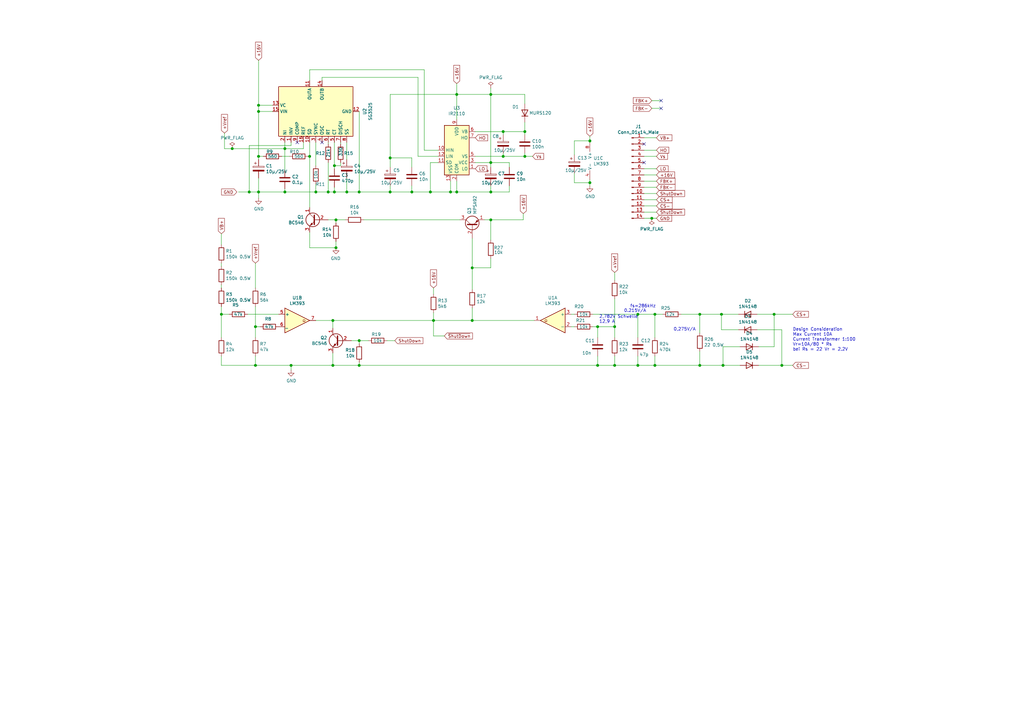
<source format=kicad_sch>
(kicad_sch (version 20210126) (generator eeschema)
  (paper "A3")
  (title_block (date "2021-03-26") (rev "v1"))
  (lib_symbols
    (symbol "Comparator:LM393" (pin_names (offset 0.127))
      (property "Reference" "U" (at 3.81 3.81 0))
      (property "Value" "LM393" (at 6.35 -3.81 0))
      (symbol "LM393_1_1"
        (polyline (pts (xy 3.302 -0.508) (xy 2.794 -0.508) (xy 3.302 0) (xy 2.794 0.508) (xy 2.286 0) (xy 2.794 -0.508) (xy 2.286 -0.508)) (stroke (width 0.127)))
        (polyline (pts (xy -5.08 5.08) (xy 5.08 0) (xy -5.08 -5.08) (xy -5.08 5.08)) (stroke (width 0.254)) (fill (type background)))
        (pin open_collector line (at 7.62 0 180) (length 2.54) (name "~") (number "1"))
        (pin input line (at -7.62 -2.54 0) (length 2.54) (name "-") (number "2"))
        (pin input line (at -7.62 2.54 0) (length 2.54) (name "+") (number "3"))
      )
      (symbol "LM393_2_1"
        (polyline (pts (xy 3.302 -0.508) (xy 2.794 -0.508) (xy 3.302 0) (xy 2.794 0.508) (xy 2.286 0) (xy 2.794 -0.508) (xy 2.286 -0.508)) (stroke (width 0.127)))
        (polyline (pts (xy -5.08 5.08) (xy 5.08 0) (xy -5.08 -5.08) (xy -5.08 5.08)) (stroke (width 0.254)) (fill (type background)))
        (pin input line (at -7.62 2.54 0) (length 2.54) (name "+") (number "5"))
        (pin input line (at -7.62 -2.54 0) (length 2.54) (name "_") (number "6"))
        (pin open_collector line (at 7.62 0 180) (length 2.54) (name "~") (number "7"))
      )
      (symbol "LM393_3_1"
        (pin power_in line (at -2.54 -7.62 90) (length 3.81) (name "V-") (number "4"))
        (pin power_in line (at -2.54 7.62 270) (length 3.81) (name "V+") (number "8"))
      )
    )
    (symbol "Connector:Conn_01x14_Male" (pin_names (offset 1.016) hide)
      (property "Reference" "J" (at 0 17.78 0))
      (property "Value" "Conn_01x14_Male" (at 0 -20.32 0))
      (symbol "Conn_01x14_Male_1_1"
        (rectangle (start 0.8636 -17.653) (end 0 -17.907) (stroke (width 0.1524)) (fill (type outline)))
        (rectangle (start 0.8636 -15.113) (end 0 -15.367) (stroke (width 0.1524)) (fill (type outline)))
        (rectangle (start 0.8636 -12.573) (end 0 -12.827) (stroke (width 0.1524)) (fill (type outline)))
        (rectangle (start 0.8636 -10.033) (end 0 -10.287) (stroke (width 0.1524)) (fill (type outline)))
        (rectangle (start 0.8636 -7.493) (end 0 -7.747) (stroke (width 0.1524)) (fill (type outline)))
        (rectangle (start 0.8636 -4.953) (end 0 -5.207) (stroke (width 0.1524)) (fill (type outline)))
        (rectangle (start 0.8636 -2.413) (end 0 -2.667) (stroke (width 0.1524)) (fill (type outline)))
        (rectangle (start 0.8636 0.127) (end 0 -0.127) (stroke (width 0.1524)) (fill (type outline)))
        (rectangle (start 0.8636 2.667) (end 0 2.413) (stroke (width 0.1524)) (fill (type outline)))
        (rectangle (start 0.8636 5.207) (end 0 4.953) (stroke (width 0.1524)) (fill (type outline)))
        (rectangle (start 0.8636 7.747) (end 0 7.493) (stroke (width 0.1524)) (fill (type outline)))
        (rectangle (start 0.8636 10.287) (end 0 10.033) (stroke (width 0.1524)) (fill (type outline)))
        (rectangle (start 0.8636 12.827) (end 0 12.573) (stroke (width 0.1524)) (fill (type outline)))
        (rectangle (start 0.8636 15.367) (end 0 15.113) (stroke (width 0.1524)) (fill (type outline)))
        (polyline (pts (xy 1.27 -17.78) (xy 0.8636 -17.78)) (stroke (width 0.1524)))
        (polyline (pts (xy 1.27 -15.24) (xy 0.8636 -15.24)) (stroke (width 0.1524)))
        (polyline (pts (xy 1.27 -12.7) (xy 0.8636 -12.7)) (stroke (width 0.1524)))
        (polyline (pts (xy 1.27 -10.16) (xy 0.8636 -10.16)) (stroke (width 0.1524)))
        (polyline (pts (xy 1.27 -7.62) (xy 0.8636 -7.62)) (stroke (width 0.1524)))
        (polyline (pts (xy 1.27 -5.08) (xy 0.8636 -5.08)) (stroke (width 0.1524)))
        (polyline (pts (xy 1.27 -2.54) (xy 0.8636 -2.54)) (stroke (width 0.1524)))
        (polyline (pts (xy 1.27 0) (xy 0.8636 0)) (stroke (width 0.1524)))
        (polyline (pts (xy 1.27 2.54) (xy 0.8636 2.54)) (stroke (width 0.1524)))
        (polyline (pts (xy 1.27 5.08) (xy 0.8636 5.08)) (stroke (width 0.1524)))
        (polyline (pts (xy 1.27 7.62) (xy 0.8636 7.62)) (stroke (width 0.1524)))
        (polyline (pts (xy 1.27 10.16) (xy 0.8636 10.16)) (stroke (width 0.1524)))
        (polyline (pts (xy 1.27 12.7) (xy 0.8636 12.7)) (stroke (width 0.1524)))
        (polyline (pts (xy 1.27 15.24) (xy 0.8636 15.24)) (stroke (width 0.1524)))
        (pin passive line (at 5.08 15.24 180) (length 3.81) (name "Pin_1") (number "1"))
        (pin passive line (at 5.08 -7.62 180) (length 3.81) (name "Pin_10") (number "10"))
        (pin passive line (at 5.08 -10.16 180) (length 3.81) (name "Pin_11") (number "11"))
        (pin passive line (at 5.08 -12.7 180) (length 3.81) (name "Pin_12") (number "12"))
        (pin passive line (at 5.08 -15.24 180) (length 3.81) (name "Pin_13") (number "13"))
        (pin passive line (at 5.08 -17.78 180) (length 3.81) (name "Pin_14") (number "14"))
        (pin passive line (at 5.08 12.7 180) (length 3.81) (name "Pin_2") (number "2"))
        (pin passive line (at 5.08 10.16 180) (length 3.81) (name "Pin_3") (number "3"))
        (pin passive line (at 5.08 7.62 180) (length 3.81) (name "Pin_4") (number "4"))
        (pin passive line (at 5.08 5.08 180) (length 3.81) (name "Pin_5") (number "5"))
        (pin passive line (at 5.08 2.54 180) (length 3.81) (name "Pin_6") (number "6"))
        (pin passive line (at 5.08 0 180) (length 3.81) (name "Pin_7") (number "7"))
        (pin passive line (at 5.08 -2.54 180) (length 3.81) (name "Pin_8") (number "8"))
        (pin passive line (at 5.08 -5.08 180) (length 3.81) (name "Pin_9") (number "9"))
      )
    )
    (symbol "Device:C" (pin_numbers hide) (pin_names (offset 0.254))
      (property "Reference" "C" (at 0.635 2.54 0))
      (property "Value" "C" (at 0.635 -2.54 0))
      (symbol "C_0_1"
        (polyline (pts (xy -2.032 -0.762) (xy 2.032 -0.762)) (stroke (width 0.508)))
        (polyline (pts (xy -2.032 0.762) (xy 2.032 0.762)) (stroke (width 0.508)))
      )
      (symbol "C_1_1"
        (pin passive line (at 0 3.81 270) (length 2.794) (name "~") (number "1"))
        (pin passive line (at 0 -3.81 90) (length 2.794) (name "~") (number "2"))
      )
    )
    (symbol "Device:D" (pin_numbers hide) (pin_names (offset 1.016) hide)
      (property "Reference" "D" (at 0 2.54 0))
      (property "Value" "D" (at 0 -2.54 0))
      (symbol "D_0_1"
        (polyline (pts (xy -1.27 1.27) (xy -1.27 -1.27)) (stroke (width 0.254)))
        (polyline (pts (xy 1.27 0) (xy -1.27 0)))
        (polyline (pts (xy 1.27 1.27) (xy 1.27 -1.27) (xy -1.27 0) (xy 1.27 1.27)) (stroke (width 0.254)))
      )
      (symbol "D_1_1"
        (pin passive line (at -3.81 0 0) (length 2.54) (name "K") (number "1"))
        (pin passive line (at 3.81 0 180) (length 2.54) (name "A") (number "2"))
      )
    )
    (symbol "Device:R" (pin_numbers hide) (pin_names (offset 0))
      (property "Reference" "R" (at 2.032 0 90))
      (property "Value" "R" (at 0 0 90))
      (symbol "R_0_1"
        (rectangle (start -1.016 -2.54) (end 1.016 2.54) (stroke (width 0.254)))
      )
      (symbol "R_1_1"
        (pin passive line (at 0 3.81 270) (length 1.27) (name "~") (number "1"))
        (pin passive line (at 0 -3.81 90) (length 1.27) (name "~") (number "2"))
      )
    )
    (symbol "Diode:1N4148" (pin_numbers hide) (pin_names (offset 1.016) hide)
      (property "Reference" "D" (at 0 2.54 0))
      (property "Value" "1N4148" (at 0 -2.54 0))
      (symbol "1N4148_0_1"
        (polyline (pts (xy -1.27 1.27) (xy -1.27 -1.27)) (stroke (width 0.254)))
        (polyline (pts (xy 1.27 0) (xy -1.27 0)))
        (polyline (pts (xy 1.27 1.27) (xy 1.27 -1.27) (xy -1.27 0) (xy 1.27 1.27)) (stroke (width 0.254)))
      )
      (symbol "1N4148_1_1"
        (pin passive line (at -3.81 0 0) (length 2.54) (name "K") (number "1"))
        (pin passive line (at 3.81 0 180) (length 2.54) (name "A") (number "2"))
      )
    )
    (symbol "Driver_FET:IR2110"
      (property "Reference" "U" (at 1.27 13.335 0))
      (property "Value" "IR2110" (at 1.27 11.43 0))
      (symbol "IR2110_0_1"
        (rectangle (start -5.08 -10.16) (end 5.08 10.16) (stroke (width 0.254)) (fill (type background)))
      )
      (symbol "IR2110_1_1"
        (pin output line (at 7.62 -7.62 180) (length 2.54) (name "LO") (number "1"))
        (pin input line (at -7.62 0 0) (length 2.54) (name "HIN") (number "10"))
        (pin input line (at -7.62 -5.08 0) (length 2.54) (name "SD") (number "11"))
        (pin input line (at -7.62 -2.54 0) (length 2.54) (name "LIN") (number "12"))
        (pin power_in line (at -2.54 -12.7 90) (length 2.54) (name "VSS") (number "13"))
        (pin no_connect line (at -5.08 2.54 0) (length 2.54) hide (name "NC") (number "14"))
        (pin power_in line (at 0 -12.7 90) (length 2.54) (name "COM") (number "2"))
        (pin power_in line (at 7.62 -5.08 180) (length 2.54) (name "VCC") (number "3"))
        (pin no_connect line (at -5.08 7.62 0) (length 2.54) hide (name "NC") (number "4"))
        (pin passive line (at 7.62 -2.54 180) (length 2.54) (name "VS") (number "5"))
        (pin passive line (at 7.62 7.62 180) (length 2.54) (name "VB") (number "6"))
        (pin output line (at 7.62 5.08 180) (length 2.54) (name "HO") (number "7"))
        (pin no_connect line (at -5.08 5.08 0) (length 2.54) hide (name "NC") (number "8"))
        (pin power_in line (at 0 12.7 270) (length 2.54) (name "VDD") (number "9"))
      )
    )
    (symbol "Power-Supply-Control-Board-SG3525-rescue:CP-Device" (pin_numbers hide) (pin_names (offset 0.254))
      (property "Reference" "C" (at 0.635 2.54 0))
      (property "Value" "CP-Device" (at 0.635 -2.54 0))
      (symbol "CP-Device_0_1"
        (rectangle (start -2.286 0.508) (end 2.286 1.016))
        (rectangle (start 2.286 -0.508) (end -2.286 -1.016) (fill (type outline)))
        (polyline (pts (xy -1.778 2.286) (xy -0.762 2.286)))
        (polyline (pts (xy -1.27 2.794) (xy -1.27 1.778)))
      )
      (symbol "CP-Device_1_1"
        (pin passive line (at 0 3.81 270) (length 2.794) (name "~") (number "1"))
        (pin passive line (at 0 -3.81 90) (length 2.794) (name "~") (number "2"))
      )
    )
    (symbol "Regulator_Controller:SG3525"
      (property "Reference" "U" (at 3.81 19.05 0))
      (property "Value" "SG3525" (at 3.81 16.51 0))
      (symbol "SG3525_0_1"
        (rectangle (start -10.16 -15.24) (end 10.16 15.24) (stroke (width 0.254)) (fill (type background)))
      )
      (symbol "SG3525_1_1"
        (pin input line (at -12.7 10.16 0) (length 2.54) (name "INV") (number "1"))
        (pin passive line (at -12.7 2.54 0) (length 2.54) (name "SD") (number "10"))
        (pin output line (at 12.7 2.54 180) (length 2.54) (name "OUTA") (number "11"))
        (pin power_in line (at 0 -17.78 90) (length 2.54) (name "GND") (number "12"))
        (pin power_in line (at 2.54 17.78 270) (length 2.54) (name "VC") (number "13"))
        (pin output line (at 12.7 -2.54 180) (length 2.54) (name "OUTB") (number "14"))
        (pin power_in line (at 0 17.78 270) (length 2.54) (name "VIN") (number "15"))
        (pin power_in line (at -12.7 5.08 0) (length 2.54) (name "REF") (number "16"))
        (pin input line (at -12.7 12.7 0) (length 2.54) (name "NI") (number "2"))
        (pin passive line (at -12.7 0 0) (length 2.54) (name "SYNC") (number "3"))
        (pin output line (at -12.7 -2.54 0) (length 2.54) (name "OSC") (number "4"))
        (pin passive line (at -12.7 -7.62 0) (length 2.54) (name "CT") (number "5"))
        (pin passive line (at -12.7 -5.08 0) (length 2.54) (name "RT") (number "6"))
        (pin open_collector line (at -12.7 -10.16 0) (length 2.54) (name "DISCH") (number "7"))
        (pin passive line (at -12.7 -12.7 0) (length 2.54) (name "SS") (number "8"))
        (pin passive line (at -12.7 7.62 0) (length 2.54) (name "COMP") (number "9"))
      )
    )
    (symbol "Transistor_BJT:BC546" (pin_names (offset 0) hide)
      (property "Reference" "Q" (at 5.08 1.905 0))
      (property "Value" "BC546" (at 5.08 0 0))
      (symbol "BC546_0_1"
        (circle (center 1.27 0) (radius 2.8194) (stroke (width 0.254)))
        (polyline (pts (xy 0 0) (xy 0.635 0)))
        (polyline (pts (xy 0.635 0.635) (xy 2.54 2.54)))
        (polyline (pts (xy 0.635 -0.635) (xy 2.54 -2.54) (xy 2.54 -2.54)))
        (polyline (pts (xy 0.635 1.905) (xy 0.635 -1.905) (xy 0.635 -1.905)) (stroke (width 0.508)))
        (polyline (pts (xy 1.27 -1.778) (xy 1.778 -1.27) (xy 2.286 -2.286) (xy 1.27 -1.778) (xy 1.27 -1.778)) (fill (type outline)))
      )
      (symbol "BC546_1_1"
        (pin passive line (at 2.54 5.08 270) (length 2.54) (name "C") (number "1"))
        (pin input line (at -5.08 0 0) (length 5.08) (name "B") (number "2"))
        (pin passive line (at 2.54 -5.08 90) (length 2.54) (name "E") (number "3"))
      )
    )
    (symbol "Transistor_BJT:MPSA92" (pin_names (offset 1.016) hide)
      (property "Reference" "Q" (at 5.08 1.905 0))
      (property "Value" "MPSA92" (at 5.08 0 0))
      (symbol "MPSA92_0_1"
        (circle (center 1.27 0) (radius 2.8194) (stroke (width 0.254)))
        (polyline (pts (xy 0 0) (xy 0.635 0)))
        (polyline (pts (xy 2.54 -2.54) (xy 0.635 -0.635)))
        (polyline (pts (xy 2.54 2.54) (xy 0.635 0.635)))
        (polyline (pts (xy 0.635 1.905) (xy 0.635 -1.905) (xy 0.635 -1.905)) (stroke (width 0.508)) (fill (type outline)))
        (polyline (pts (xy 1.905 -2.413) (xy 2.413 -1.905) (xy 1.397 -1.397) (xy 1.905 -2.413) (xy 1.905 -2.413)) (fill (type outline)))
      )
      (symbol "MPSA92_1_1"
        (pin passive line (at 2.54 -5.08 90) (length 2.54) (name "E") (number "1"))
        (pin input line (at -5.08 0 0) (length 5.08) (name "B") (number "2"))
        (pin passive line (at 2.54 5.08 270) (length 2.54) (name "C") (number "3"))
      )
    )
    (symbol "power:GND" (power) (pin_names (offset 0))
      (property "Value" "GND" (at 0 -3.81 0))
      (symbol "GND_0_1"
        (polyline (pts (xy 0 0) (xy 0 -1.27) (xy 1.27 -1.27) (xy 0 -2.54) (xy -1.27 -1.27) (xy 0 -1.27)))
      )
      (symbol "GND_1_1"
        (pin power_in line (at 0 0 270) (length 0) hide (name "GND") (number "1"))
      )
    )
    (symbol "power:PWR_FLAG" (power) (pin_numbers hide) (pin_names (offset 0) hide)
      (property "Value" "PWR_FLAG" (at 0 3.81 0))
      (symbol "PWR_FLAG_0_0"
        (pin power_out line (at 0 0 90) (length 0) (name "pwr") (number "1"))
      )
      (symbol "PWR_FLAG_0_1"
        (polyline (pts (xy 0 0) (xy 0 1.27) (xy -1.016 1.905) (xy 0 2.54) (xy 1.016 1.905) (xy 0 1.27)))
      )
    )
  )
  (junction (at 90.805 128.905) (diameter 1.016))
  (junction (at 95.25 60.96) (diameter 1.016))
  (junction (at 102.235 78.74) (diameter 1.016))
  (junction (at 104.775 133.985) (diameter 1.016))
  (junction (at 104.775 149.86) (diameter 1.016))
  (junction (at 106.045 43.18) (diameter 1.016))
  (junction (at 106.045 45.72) (diameter 1.016))
  (junction (at 106.045 64.135) (diameter 1.016))
  (junction (at 106.045 78.74) (diameter 1.016))
  (junction (at 116.84 60.96) (diameter 1.016))
  (junction (at 116.84 78.74) (diameter 1.016))
  (junction (at 119.38 149.86) (diameter 1.016))
  (junction (at 127 64.135) (diameter 1.016))
  (junction (at 129.54 78.74) (diameter 1.016))
  (junction (at 134.62 78.74) (diameter 1.016))
  (junction (at 136.525 131.445) (diameter 1.016))
  (junction (at 136.525 149.86) (diameter 1.016))
  (junction (at 137.16 67.945) (diameter 1.016))
  (junction (at 137.16 78.74) (diameter 1.016))
  (junction (at 137.795 90.17) (diameter 1.016))
  (junction (at 137.795 101.6) (diameter 1.016))
  (junction (at 142.24 78.74) (diameter 1.016))
  (junction (at 147.32 78.74) (diameter 1.016))
  (junction (at 147.32 139.7) (diameter 1.016))
  (junction (at 147.32 149.86) (diameter 1.016))
  (junction (at 160.02 64.77) (diameter 1.016))
  (junction (at 160.02 78.74) (diameter 1.016))
  (junction (at 168.91 78.74) (diameter 1.016))
  (junction (at 176.53 78.74) (diameter 1.016))
  (junction (at 177.8 131.445) (diameter 1.016))
  (junction (at 184.785 78.74) (diameter 1.016))
  (junction (at 187.325 38.735) (diameter 1.016))
  (junction (at 187.325 78.74) (diameter 1.016))
  (junction (at 193.675 109.855) (diameter 1.016))
  (junction (at 193.675 131.445) (diameter 1.016))
  (junction (at 201.295 38.735) (diameter 1.016))
  (junction (at 201.295 66.675) (diameter 1.016))
  (junction (at 201.295 78.74) (diameter 1.016))
  (junction (at 201.295 90.17) (diameter 1.016))
  (junction (at 206.375 53.975) (diameter 1.016))
  (junction (at 206.375 64.135) (diameter 1.016))
  (junction (at 215.265 53.975) (diameter 1.016))
  (junction (at 215.265 64.135) (diameter 1.016))
  (junction (at 241.935 57.785) (diameter 1.016))
  (junction (at 241.935 74.93) (diameter 1.016))
  (junction (at 245.11 133.985) (diameter 1.016))
  (junction (at 245.11 149.86) (diameter 1.016))
  (junction (at 252.095 133.985) (diameter 1.016))
  (junction (at 252.095 149.86) (diameter 1.016))
  (junction (at 261.62 128.905) (diameter 1.016))
  (junction (at 261.62 149.86) (diameter 1.016))
  (junction (at 267.335 89.535) (diameter 1.016))
  (junction (at 268.605 128.905) (diameter 1.016))
  (junction (at 268.605 149.86) (diameter 1.016))
  (junction (at 287.02 128.905) (diameter 1.016))
  (junction (at 287.02 149.86) (diameter 1.016))
  (junction (at 295.91 128.905) (diameter 1.016))
  (junction (at 296.545 149.86) (diameter 1.016))
  (junction (at 317.5 128.905) (diameter 1.016))
  (junction (at 320.675 149.86) (diameter 1.016))
  (no_connect (at 121.92 58.42))
  (no_connect (at 132.08 58.42))
  (no_connect (at 264.16 59.055))
  (no_connect (at 264.16 66.675))
  (no_connect (at 271.145 41.275))
  (no_connect (at 271.145 44.45))
  (wire (pts (xy 90.805 100.33) (xy 90.805 95.885)))
  (wire (pts (xy 90.805 109.22) (xy 90.805 107.95)))
  (wire (pts (xy 90.805 118.11) (xy 90.805 116.84)))
  (wire (pts (xy 90.805 128.905) (xy 90.805 125.73)))
  (wire (pts (xy 90.805 138.43) (xy 90.805 128.905)))
  (wire (pts (xy 90.805 149.86) (xy 90.805 146.05)))
  (wire (pts (xy 92.075 60.96) (xy 92.075 54.61)))
  (wire (pts (xy 93.98 128.905) (xy 90.805 128.905)))
  (wire (pts (xy 95.25 60.96) (xy 92.075 60.96)))
  (wire (pts (xy 97.79 78.74) (xy 102.235 78.74)))
  (wire (pts (xy 102.235 59.69) (xy 102.235 78.74)))
  (wire (pts (xy 102.235 78.74) (xy 106.045 78.74)))
  (wire (pts (xy 104.775 107.95) (xy 104.775 118.11)))
  (wire (pts (xy 104.775 125.73) (xy 104.775 133.985)))
  (wire (pts (xy 104.775 133.985) (xy 104.775 138.43)))
  (wire (pts (xy 104.775 146.05) (xy 104.775 149.86)))
  (wire (pts (xy 104.775 149.86) (xy 90.805 149.86)))
  (wire (pts (xy 106.045 43.18) (xy 106.045 24.765)))
  (wire (pts (xy 106.045 43.18) (xy 106.045 45.72)))
  (wire (pts (xy 106.045 43.18) (xy 111.76 43.18)))
  (wire (pts (xy 106.045 45.72) (xy 106.045 64.135)))
  (wire (pts (xy 106.045 64.135) (xy 106.045 65.405)))
  (wire (pts (xy 106.045 64.135) (xy 107.95 64.135)))
  (wire (pts (xy 106.045 73.025) (xy 106.045 78.74)))
  (wire (pts (xy 106.045 78.74) (xy 116.84 78.74)))
  (wire (pts (xy 106.045 81.28) (xy 106.045 78.74)))
  (wire (pts (xy 106.68 133.985) (xy 104.775 133.985)))
  (wire (pts (xy 111.76 45.72) (xy 106.045 45.72)))
  (wire (pts (xy 114.3 128.905) (xy 101.6 128.905)))
  (wire (pts (xy 115.57 64.135) (xy 118.745 64.135)))
  (wire (pts (xy 116.84 58.42) (xy 116.84 60.96)))
  (wire (pts (xy 116.84 60.96) (xy 95.25 60.96)))
  (wire (pts (xy 116.84 60.96) (xy 116.84 69.85)))
  (wire (pts (xy 116.84 60.96) (xy 124.46 60.96)))
  (wire (pts (xy 116.84 77.47) (xy 116.84 78.74)))
  (wire (pts (xy 116.84 78.74) (xy 129.54 78.74)))
  (wire (pts (xy 119.38 58.42) (xy 119.38 59.69)))
  (wire (pts (xy 119.38 59.69) (xy 102.235 59.69)))
  (wire (pts (xy 119.38 149.86) (xy 104.775 149.86)))
  (wire (pts (xy 119.38 149.86) (xy 119.38 151.765)))
  (wire (pts (xy 119.38 149.86) (xy 136.525 149.86)))
  (wire (pts (xy 124.46 60.96) (xy 124.46 58.42)))
  (wire (pts (xy 126.365 64.135) (xy 127 64.135)))
  (wire (pts (xy 127 28.575) (xy 173.99 28.575)))
  (wire (pts (xy 127 33.02) (xy 127 28.575)))
  (wire (pts (xy 127 64.135) (xy 127 58.42)))
  (wire (pts (xy 127 64.135) (xy 127 85.09)))
  (wire (pts (xy 127 95.25) (xy 127 101.6)))
  (wire (pts (xy 129.54 58.42) (xy 129.54 67.945)))
  (wire (pts (xy 129.54 75.565) (xy 129.54 78.74)))
  (wire (pts (xy 129.54 78.74) (xy 134.62 78.74)))
  (wire (pts (xy 132.08 31.75) (xy 171.45 31.75)))
  (wire (pts (xy 132.08 33.02) (xy 132.08 31.75)))
  (wire (pts (xy 134.62 58.42) (xy 134.62 59.055)))
  (wire (pts (xy 134.62 66.675) (xy 134.62 78.74)))
  (wire (pts (xy 134.62 78.74) (xy 137.16 78.74)))
  (wire (pts (xy 134.62 90.17) (xy 137.795 90.17)))
  (wire (pts (xy 136.525 131.445) (xy 129.54 131.445)))
  (wire (pts (xy 136.525 131.445) (xy 136.525 134.62)))
  (wire (pts (xy 136.525 131.445) (xy 177.8 131.445)))
  (wire (pts (xy 136.525 144.78) (xy 136.525 149.86)))
  (wire (pts (xy 136.525 149.86) (xy 147.32 149.86)))
  (wire (pts (xy 137.16 67.945) (xy 137.16 58.42)))
  (wire (pts (xy 137.16 69.215) (xy 137.16 67.945)))
  (wire (pts (xy 137.16 78.74) (xy 137.16 76.835)))
  (wire (pts (xy 137.795 90.17) (xy 141.605 90.17)))
  (wire (pts (xy 137.795 91.44) (xy 137.795 90.17)))
  (wire (pts (xy 137.795 99.06) (xy 137.795 101.6)))
  (wire (pts (xy 137.795 101.6) (xy 127 101.6)))
  (wire (pts (xy 139.7 58.42) (xy 139.7 59.055)))
  (wire (pts (xy 139.7 66.675) (xy 139.7 67.945)))
  (wire (pts (xy 139.7 67.945) (xy 137.16 67.945)))
  (wire (pts (xy 142.24 58.42) (xy 142.24 65.405)))
  (wire (pts (xy 142.24 73.025) (xy 142.24 78.74)))
  (wire (pts (xy 142.24 78.74) (xy 137.16 78.74)))
  (wire (pts (xy 144.145 139.7) (xy 147.32 139.7)))
  (wire (pts (xy 147.32 45.72) (xy 147.32 78.74)))
  (wire (pts (xy 147.32 78.74) (xy 142.24 78.74)))
  (wire (pts (xy 147.32 139.7) (xy 151.13 139.7)))
  (wire (pts (xy 147.32 140.97) (xy 147.32 139.7)))
  (wire (pts (xy 147.32 149.86) (xy 147.32 148.59)))
  (wire (pts (xy 147.32 149.86) (xy 245.11 149.86)))
  (wire (pts (xy 149.225 90.17) (xy 188.595 90.17)))
  (wire (pts (xy 158.75 139.7) (xy 161.925 139.7)))
  (wire (pts (xy 160.02 38.735) (xy 187.325 38.735)))
  (wire (pts (xy 160.02 64.77) (xy 160.02 38.735)))
  (wire (pts (xy 160.02 68.58) (xy 160.02 64.77)))
  (wire (pts (xy 160.02 78.74) (xy 147.32 78.74)))
  (wire (pts (xy 160.02 78.74) (xy 160.02 76.2)))
  (wire (pts (xy 168.91 64.77) (xy 160.02 64.77)))
  (wire (pts (xy 168.91 68.58) (xy 168.91 64.77)))
  (wire (pts (xy 168.91 78.74) (xy 160.02 78.74)))
  (wire (pts (xy 168.91 78.74) (xy 168.91 76.2)))
  (wire (pts (xy 171.45 31.75) (xy 171.45 64.135)))
  (wire (pts (xy 171.45 64.135) (xy 179.705 64.135)))
  (wire (pts (xy 173.99 28.575) (xy 173.99 61.595)))
  (wire (pts (xy 173.99 61.595) (xy 179.705 61.595)))
  (wire (pts (xy 176.53 66.675) (xy 176.53 78.74)))
  (wire (pts (xy 176.53 78.74) (xy 168.91 78.74)))
  (wire (pts (xy 177.8 118.11) (xy 177.8 120.65)))
  (wire (pts (xy 177.8 128.27) (xy 177.8 131.445)))
  (wire (pts (xy 177.8 131.445) (xy 193.675 131.445)))
  (wire (pts (xy 177.8 137.795) (xy 177.8 131.445)))
  (wire (pts (xy 179.705 66.675) (xy 176.53 66.675)))
  (wire (pts (xy 182.245 137.795) (xy 177.8 137.795)))
  (wire (pts (xy 184.785 78.74) (xy 176.53 78.74)))
  (wire (pts (xy 184.785 78.74) (xy 184.785 74.295)))
  (wire (pts (xy 187.325 34.29) (xy 187.325 38.735)))
  (wire (pts (xy 187.325 38.735) (xy 187.325 48.895)))
  (wire (pts (xy 187.325 38.735) (xy 201.295 38.735)))
  (wire (pts (xy 187.325 74.295) (xy 187.325 78.74)))
  (wire (pts (xy 187.325 78.74) (xy 184.785 78.74)))
  (wire (pts (xy 193.675 109.855) (xy 193.675 97.79)))
  (wire (pts (xy 193.675 118.745) (xy 193.675 109.855)))
  (wire (pts (xy 193.675 126.365) (xy 193.675 131.445)))
  (wire (pts (xy 193.675 131.445) (xy 219.075 131.445)))
  (wire (pts (xy 194.945 53.975) (xy 206.375 53.975)))
  (wire (pts (xy 194.945 64.135) (xy 206.375 64.135)))
  (wire (pts (xy 194.945 66.675) (xy 201.295 66.675)))
  (wire (pts (xy 201.295 38.735) (xy 201.295 36.195)))
  (wire (pts (xy 201.295 38.735) (xy 215.265 38.735)))
  (wire (pts (xy 201.295 66.675) (xy 201.295 38.735)))
  (wire (pts (xy 201.295 66.675) (xy 208.915 66.675)))
  (wire (pts (xy 201.295 68.58) (xy 201.295 66.675)))
  (wire (pts (xy 201.295 76.2) (xy 201.295 78.74)))
  (wire (pts (xy 201.295 78.74) (xy 187.325 78.74)))
  (wire (pts (xy 201.295 90.17) (xy 198.755 90.17)))
  (wire (pts (xy 201.295 98.425) (xy 201.295 90.17)))
  (wire (pts (xy 201.295 106.045) (xy 201.295 109.855)))
  (wire (pts (xy 201.295 109.855) (xy 193.675 109.855)))
  (wire (pts (xy 206.375 53.975) (xy 215.265 53.975)))
  (wire (pts (xy 206.375 55.245) (xy 206.375 53.975)))
  (wire (pts (xy 206.375 64.135) (xy 206.375 62.865)))
  (wire (pts (xy 206.375 64.135) (xy 215.265 64.135)))
  (wire (pts (xy 208.915 66.675) (xy 208.915 68.58)))
  (wire (pts (xy 208.915 76.2) (xy 208.915 78.74)))
  (wire (pts (xy 208.915 78.74) (xy 201.295 78.74)))
  (wire (pts (xy 214.63 87.63) (xy 214.63 90.17)))
  (wire (pts (xy 214.63 90.17) (xy 201.295 90.17)))
  (wire (pts (xy 215.265 38.735) (xy 215.265 42.545)))
  (wire (pts (xy 215.265 50.165) (xy 215.265 53.975)))
  (wire (pts (xy 215.265 53.975) (xy 215.265 55.245)))
  (wire (pts (xy 215.265 64.135) (xy 215.265 62.865)))
  (wire (pts (xy 215.265 64.135) (xy 218.44 64.135)))
  (wire (pts (xy 234.315 128.905) (xy 235.585 128.905)))
  (wire (pts (xy 235.585 57.785) (xy 241.935 57.785)))
  (wire (pts (xy 235.585 63.5) (xy 235.585 57.785)))
  (wire (pts (xy 235.585 71.12) (xy 235.585 74.93)))
  (wire (pts (xy 235.585 74.93) (xy 241.935 74.93)))
  (wire (pts (xy 235.585 133.985) (xy 234.315 133.985)))
  (wire (pts (xy 241.935 55.88) (xy 241.935 57.785)))
  (wire (pts (xy 241.935 57.785) (xy 241.935 58.42)))
  (wire (pts (xy 241.935 73.66) (xy 241.935 74.93)))
  (wire (pts (xy 241.935 74.93) (xy 241.935 76.2)))
  (wire (pts (xy 243.205 128.905) (xy 261.62 128.905)))
  (wire (pts (xy 243.205 133.985) (xy 245.11 133.985)))
  (wire (pts (xy 245.11 133.985) (xy 252.095 133.985)))
  (wire (pts (xy 245.11 138.43) (xy 245.11 133.985)))
  (wire (pts (xy 245.11 146.05) (xy 245.11 149.86)))
  (wire (pts (xy 252.095 111.76) (xy 252.095 114.935)))
  (wire (pts (xy 252.095 122.555) (xy 252.095 133.985)))
  (wire (pts (xy 252.095 133.985) (xy 252.095 138.43)))
  (wire (pts (xy 252.095 146.05) (xy 252.095 149.86)))
  (wire (pts (xy 252.095 149.86) (xy 245.11 149.86)))
  (wire (pts (xy 252.095 149.86) (xy 261.62 149.86)))
  (wire (pts (xy 261.62 128.905) (xy 268.605 128.905)))
  (wire (pts (xy 261.62 138.43) (xy 261.62 128.905)))
  (wire (pts (xy 261.62 149.86) (xy 261.62 146.05)))
  (wire (pts (xy 261.62 149.86) (xy 268.605 149.86)))
  (wire (pts (xy 264.16 56.515) (xy 269.24 56.515)))
  (wire (pts (xy 264.16 61.595) (xy 269.24 61.595)))
  (wire (pts (xy 264.16 64.135) (xy 269.24 64.135)))
  (wire (pts (xy 264.16 69.215) (xy 269.24 69.215)))
  (wire (pts (xy 264.16 71.755) (xy 269.24 71.755)))
  (wire (pts (xy 264.16 74.295) (xy 269.24 74.295)))
  (wire (pts (xy 264.16 76.835) (xy 269.24 76.835)))
  (wire (pts (xy 264.16 79.375) (xy 269.24 79.375)))
  (wire (pts (xy 264.16 81.915) (xy 269.24 81.915)))
  (wire (pts (xy 264.16 84.455) (xy 269.24 84.455)))
  (wire (pts (xy 264.16 89.535) (xy 267.335 89.535)))
  (wire (pts (xy 267.335 41.275) (xy 271.145 41.275)))
  (wire (pts (xy 267.335 44.45) (xy 271.145 44.45)))
  (wire (pts (xy 267.335 89.535) (xy 269.24 89.535)))
  (wire (pts (xy 268.605 128.905) (xy 271.78 128.905)))
  (wire (pts (xy 268.605 138.43) (xy 268.605 128.905)))
  (wire (pts (xy 268.605 149.86) (xy 268.605 146.05)))
  (wire (pts (xy 268.605 149.86) (xy 287.02 149.86)))
  (wire (pts (xy 269.24 86.995) (xy 264.16 86.995)))
  (wire (pts (xy 279.4 128.905) (xy 287.02 128.905)))
  (wire (pts (xy 287.02 128.905) (xy 295.91 128.905)))
  (wire (pts (xy 287.02 136.525) (xy 287.02 128.905)))
  (wire (pts (xy 287.02 149.86) (xy 287.02 144.145)))
  (wire (pts (xy 287.02 149.86) (xy 296.545 149.86)))
  (wire (pts (xy 295.91 128.905) (xy 302.895 128.905)))
  (wire (pts (xy 295.91 135.255) (xy 295.91 128.905)))
  (wire (pts (xy 296.545 142.24) (xy 296.545 149.86)))
  (wire (pts (xy 296.545 149.86) (xy 303.53 149.86)))
  (wire (pts (xy 302.895 135.255) (xy 295.91 135.255)))
  (wire (pts (xy 303.53 142.24) (xy 296.545 142.24)))
  (wire (pts (xy 310.515 128.905) (xy 317.5 128.905)))
  (wire (pts (xy 310.515 135.255) (xy 320.675 135.255)))
  (wire (pts (xy 311.15 142.24) (xy 317.5 142.24)))
  (wire (pts (xy 317.5 128.905) (xy 325.12 128.905)))
  (wire (pts (xy 317.5 142.24) (xy 317.5 128.905)))
  (wire (pts (xy 320.675 135.255) (xy 320.675 149.86)))
  (wire (pts (xy 320.675 149.86) (xy 311.15 149.86)))
  (wire (pts (xy 325.12 149.86) (xy 320.675 149.86)))
  (text "2,782V Schwelle\n12,9 A" (at 245.745 132.715 0) (effects (font (size 1.27 1.27)) (justify left bottom)))
  (text "0.215V/A" (at 255.905 128.27 0) (effects (font (size 1.27 1.27)) (justify left bottom)))
  (text "fs=286kHz" (at 258.445 126.365 0) (effects (font (size 1.27 1.27)) (justify left bottom)))
  (text "0,275V/A" (at 276.225 135.89 0) (effects (font (size 1.27 1.27)) (justify left bottom)))
  (text "Design Consideration\nMax Current 10A\nCurrent Transformer 1:100\nVr=10A/80 * Rs\nbei Rs = 22 Vr = 2.2V" (at 325.12 144.145 0) (effects (font (size 1.27 1.27)) (justify left bottom)))
  (global_label "VB+" (shape input) (at 90.805 95.885 90) (property "Intersheet References" "${INTERSHEET_REFS}" (effects hide)))
  (global_label "+Vref" (shape input) (at 92.075 54.61 90) (property "Intersheet References" "${INTERSHEET_REFS}" (effects hide)))
  (global_label "GND" (shape input) (at 97.155 78.74 180) (property "Intersheet References" "${INTERSHEET_REFS}" (effects hide)))
  (global_label "+Vref" (shape input) (at 104.775 107.95 90) (property "Intersheet References" "${INTERSHEET_REFS}" (effects hide)))
  (global_label "+16V" (shape input) (at 106.045 24.765 90) (property "Intersheet References" "${INTERSHEET_REFS}" (effects hide)))
  (global_label "ShutDown" (shape input) (at 161.925 139.7 0) (property "Intersheet References" "${INTERSHEET_REFS}" (effects hide)))
  (global_label "+16V" (shape input) (at 177.8 118.11 90) (property "Intersheet References" "${INTERSHEET_REFS}" (effects hide)))
  (global_label "~ShutDown" (shape input) (at 182.245 137.795 0) (property "Intersheet References" "${INTERSHEET_REFS}" (effects hide)))
  (global_label "+16V" (shape input) (at 187.325 34.29 90) (property "Intersheet References" "${INTERSHEET_REFS}" (effects hide)))
  (global_label "HO" (shape input) (at 194.945 56.515 0) (property "Intersheet References" "${INTERSHEET_REFS}" (effects hide)))
  (global_label "LO" (shape input) (at 194.945 69.215 0) (property "Intersheet References" "${INTERSHEET_REFS}" (effects hide)))
  (global_label "+16V" (shape input) (at 214.63 87.63 90) (property "Intersheet References" "${INTERSHEET_REFS}" (effects hide)))
  (global_label "Vs" (shape input) (at 218.44 64.135 0) (property "Intersheet References" "${INTERSHEET_REFS}" (effects hide)))
  (global_label "+16V" (shape input) (at 241.935 55.88 90) (property "Intersheet References" "${INTERSHEET_REFS}" (effects hide)))
  (global_label "+Vref" (shape input) (at 252.095 111.76 90) (property "Intersheet References" "${INTERSHEET_REFS}" (effects hide)))
  (global_label "FBK+" (shape input) (at 267.335 41.275 180) (property "Intersheet References" "${INTERSHEET_REFS}" (effects hide)))
  (global_label "FBK-" (shape input) (at 267.335 44.45 180) (property "Intersheet References" "${INTERSHEET_REFS}" (effects hide)))
  (global_label "VB+" (shape input) (at 269.24 56.515 0) (property "Intersheet References" "${INTERSHEET_REFS}" (effects hide)))
  (global_label "HO" (shape input) (at 269.24 61.595 0) (property "Intersheet References" "${INTERSHEET_REFS}" (effects hide)))
  (global_label "Vs" (shape input) (at 269.24 64.135 0) (property "Intersheet References" "${INTERSHEET_REFS}" (effects hide)))
  (global_label "LO" (shape input) (at 269.24 69.215 0) (property "Intersheet References" "${INTERSHEET_REFS}" (effects hide)))
  (global_label "+16V" (shape input) (at 269.24 71.755 0) (property "Intersheet References" "${INTERSHEET_REFS}" (effects hide)))
  (global_label "FBK+" (shape input) (at 269.24 74.295 0) (property "Intersheet References" "${INTERSHEET_REFS}" (effects hide)))
  (global_label "FBK-" (shape input) (at 269.24 76.835 0) (property "Intersheet References" "${INTERSHEET_REFS}" (effects hide)))
  (global_label "ShutDown" (shape input) (at 269.24 79.375 0) (property "Intersheet References" "${INTERSHEET_REFS}" (effects hide)))
  (global_label "CS+" (shape input) (at 269.24 81.915 0) (property "Intersheet References" "${INTERSHEET_REFS}" (effects hide)))
  (global_label "CS-" (shape input) (at 269.24 84.455 0) (property "Intersheet References" "${INTERSHEET_REFS}" (effects hide)))
  (global_label "~ShutDown" (shape input) (at 269.24 86.995 0) (property "Intersheet References" "${INTERSHEET_REFS}" (effects hide)))
  (global_label "GND" (shape input) (at 269.24 89.535 0) (property "Intersheet References" "${INTERSHEET_REFS}" (effects hide)))
  (global_label "CS+" (shape input) (at 325.12 128.905 0) (property "Intersheet References" "${INTERSHEET_REFS}" (effects hide)))
  (global_label "CS-" (shape input) (at 325.12 149.86 0) (property "Intersheet References" "${INTERSHEET_REFS}" (effects hide)))
  (symbol (lib_id "power:PWR_FLAG") (at 95.25 60.96 0) (unit 1)
    (property "Reference" "#FLG0101" (effects hide))
    (property "Value" "PWR_FLAG" (at 95.25 56.5658 0))
  )
  (symbol (lib_id "power:PWR_FLAG") (at 201.295 36.195 0) (unit 1)
    (property "Reference" "#FLG02" (effects hide))
    (property "Value" "PWR_FLAG" (at 201.295 31.8008 0))
  )
  (symbol (lib_id "power:PWR_FLAG") (at 267.335 89.535 0) (mirror x) (unit 1)
    (property "Reference" "#FLG01" (effects hide))
    (property "Value" "PWR_FLAG" (at 267.335 93.9292 0))
  )
  (symbol (lib_id "power:GND") (at 106.045 81.28 0) (unit 1)
    (property "Reference" "#PWR01" (effects hide))
    (property "Value" "GND" (at 106.172 85.6742 0))
  )
  (symbol (lib_id "power:GND") (at 119.38 151.765 0) (unit 1)
    (property "Reference" "#PWR02" (effects hide))
    (property "Value" "GND" (at 119.507 156.1592 0))
  )
  (symbol (lib_id "power:GND") (at 137.795 101.6 0) (mirror y) (unit 1)
    (property "Reference" "#PWR03" (effects hide))
    (property "Value" "GND" (at 137.668 105.9942 0))
  )
  (symbol (lib_id "power:GND") (at 241.935 76.2 0) (unit 1)
    (property "Reference" "#PWR06" (effects hide))
    (property "Value" "GND" (at 242.062 80.5942 0))
  )
  (symbol (lib_id "Comparator:LM393") (at 244.475 66.04 0) (unit 3)
    (property "Reference" "U1" (at 243.4082 64.8716 0) (effects (justify left)))
    (property "Value" "LM393" (at 243.4082 67.183 0) (effects (justify left)))
    (property "Footprint" "Package_DIP:DIP-8_W7.62mm_LongPads" (effects hide))
    (property "Datasheet" "http://www.ti.com/lit/ds/symlink/lm393.pdf" (effects hide))
  )
  (symbol (lib_id "Device:R") (at 90.805 104.14 0) (unit 1)
    (property "Reference" "R1" (at 92.583 102.9716 0) (effects (justify left)))
    (property "Value" "150k 0.5W" (at 92.583 105.283 0) (effects (justify left)))
    (property "Footprint" "Resistor_THT:R_Axial_DIN0309_L9.0mm_D3.2mm_P5.08mm_Vertical" (effects hide))
  )
  (symbol (lib_id "Device:R") (at 90.805 113.03 0) (unit 1)
    (property "Reference" "R2" (at 92.583 111.8616 0) (effects (justify left)))
    (property "Value" "150k 0.5W" (at 92.583 114.173 0) (effects (justify left)))
    (property "Footprint" "Resistor_THT:R_Axial_DIN0309_L9.0mm_D3.2mm_P5.08mm_Vertical" (effects hide))
  )
  (symbol (lib_id "Device:R") (at 90.805 121.92 0) (unit 1)
    (property "Reference" "R3" (at 92.583 120.7516 0) (effects (justify left)))
    (property "Value" "150k 0.5W" (at 92.583 123.063 0) (effects (justify left)))
    (property "Footprint" "Resistor_THT:R_Axial_DIN0309_L9.0mm_D3.2mm_P5.08mm_Vertical" (effects hide))
  )
  (symbol (lib_id "Device:R") (at 90.805 142.24 0) (unit 1)
    (property "Reference" "R4" (at 92.583 141.0716 0) (effects (justify left)))
    (property "Value" "12k" (at 92.583 143.383 0) (effects (justify left)))
    (property "Footprint" "Resistor_THT:R_Axial_DIN0309_L9.0mm_D3.2mm_P2.54mm_Vertical" (effects hide))
  )
  (symbol (lib_id "Device:R") (at 97.79 128.905 270) (unit 1)
    (property "Reference" "R5" (at 95.25 125.095 90) (effects (justify left)))
    (property "Value" "47k" (at 95.885 128.905 90) (effects (justify left)))
    (property "Footprint" "Resistor_THT:R_Axial_DIN0309_L9.0mm_D3.2mm_P2.54mm_Vertical" (effects hide))
  )
  (symbol (lib_id "Device:R") (at 104.775 121.92 0) (unit 1)
    (property "Reference" "R6" (at 106.553 120.7516 0) (effects (justify left)))
    (property "Value" "56k" (at 106.553 123.063 0) (effects (justify left)))
    (property "Footprint" "Resistor_THT:R_Axial_DIN0309_L9.0mm_D3.2mm_P2.54mm_Vertical" (effects hide))
  )
  (symbol (lib_id "Device:R") (at 104.775 142.24 0) (unit 1)
    (property "Reference" "R7" (at 106.553 141.0716 0) (effects (justify left)))
    (property "Value" "47k" (at 106.553 143.383 0) (effects (justify left)))
    (property "Footprint" "Resistor_THT:R_Axial_DIN0309_L9.0mm_D3.2mm_P2.54mm_Vertical" (effects hide))
  )
  (symbol (lib_id "Device:R") (at 110.49 133.985 270) (unit 1)
    (property "Reference" "R8" (at 108.585 130.81 90) (effects (justify left)))
    (property "Value" "47k" (at 108.585 133.985 90) (effects (justify left)))
    (property "Footprint" "Resistor_THT:R_Axial_DIN0309_L9.0mm_D3.2mm_P2.54mm_Vertical" (effects hide))
  )
  (symbol (lib_id "Device:R") (at 111.76 64.135 270) (unit 1)
    (property "Reference" "R9" (at 109.22 62.23 90) (effects (justify left)))
    (property "Value" "560" (at 109.855 64.135 90) (effects (justify left)))
    (property "Footprint" "Resistor_THT:R_Axial_DIN0309_L9.0mm_D3.2mm_P2.54mm_Vertical" (effects hide))
  )
  (symbol (lib_id "Device:R") (at 122.555 64.135 270) (unit 1)
    (property "Reference" "R10" (at 118.745 62.23 90) (effects (justify left)))
    (property "Value" "560" (at 120.65 64.135 90) (effects (justify left)))
    (property "Footprint" "Resistor_THT:R_Axial_DIN0309_L9.0mm_D3.2mm_P2.54mm_Vertical" (effects hide))
  )
  (symbol (lib_id "Device:R") (at 129.54 71.755 180) (unit 1)
    (property "Reference" "R11" (at 133.35 75.565 0) (effects (justify left)))
    (property "Value" "10k" (at 129.54 69.85 90) (effects (justify left)))
    (property "Footprint" "Resistor_THT:R_Axial_DIN0309_L9.0mm_D3.2mm_P2.54mm_Vertical" (effects hide))
  )
  (symbol (lib_id "Device:R") (at 134.62 62.865 180) (unit 1)
    (property "Reference" "R12" (at 133.35 62.865 0) (effects (justify left)))
    (property "Value" "21k" (at 134.62 60.96 90) (effects (justify left)))
    (property "Footprint" "Resistor_THT:R_Axial_DIN0309_L9.0mm_D3.2mm_P2.54mm_Vertical" (effects hide))
  )
  (symbol (lib_id "Device:R") (at 137.795 95.25 0) (mirror y) (unit 1)
    (property "Reference" "R14" (at 136.017 94.0816 0) (effects (justify left)))
    (property "Value" "10k" (at 136.017 96.393 0) (effects (justify left)))
    (property "Footprint" "Resistor_THT:R_Axial_DIN0309_L9.0mm_D3.2mm_P2.54mm_Vertical" (effects hide))
  )
  (symbol (lib_id "Device:R") (at 139.7 62.865 0) (unit 1)
    (property "Reference" "R15" (at 140.97 62.865 0) (effects (justify left)))
    (property "Value" "330" (at 139.7 64.135 90) (effects (justify left)))
    (property "Footprint" "Resistor_THT:R_Axial_DIN0309_L9.0mm_D3.2mm_P2.54mm_Vertical" (effects hide))
  )
  (symbol (lib_id "Device:R") (at 145.415 90.17 90) (mirror x) (unit 1)
    (property "Reference" "R16" (at 145.415 84.9122 90))
    (property "Value" "10k" (at 145.415 87.2236 90))
    (property "Footprint" "Resistor_THT:R_Axial_DIN0309_L9.0mm_D3.2mm_P2.54mm_Vertical" (effects hide))
  )
  (symbol (lib_id "Device:R") (at 147.32 144.78 0) (mirror y) (unit 1)
    (property "Reference" "R18" (at 145.542 143.6116 0) (effects (justify left)))
    (property "Value" "10k" (at 145.542 145.923 0) (effects (justify left)))
    (property "Footprint" "Resistor_THT:R_Axial_DIN0309_L9.0mm_D3.2mm_P2.54mm_Vertical" (effects hide))
  )
  (symbol (lib_id "Device:R") (at 154.94 139.7 90) (mirror x) (unit 1)
    (property "Reference" "R19" (at 154.305 137.16 90))
    (property "Value" "10k" (at 154.94 139.7 90))
    (property "Footprint" "Resistor_THT:R_Axial_DIN0309_L9.0mm_D3.2mm_P2.54mm_Vertical" (effects hide))
  )
  (symbol (lib_id "Device:R") (at 177.8 124.46 0) (unit 1)
    (property "Reference" "R13" (at 179.578 123.2916 0) (effects (justify left)))
    (property "Value" "5k6" (at 179.578 125.603 0) (effects (justify left)))
    (property "Footprint" "Resistor_THT:R_Axial_DIN0309_L9.0mm_D3.2mm_P2.54mm_Vertical" (effects hide))
  )
  (symbol (lib_id "Device:R") (at 193.675 122.555 0) (unit 1)
    (property "Reference" "R17" (at 195.453 121.3866 0) (effects (justify left)))
    (property "Value" "12k" (at 195.453 123.698 0) (effects (justify left)))
    (property "Footprint" "Resistor_THT:R_Axial_DIN0309_L9.0mm_D3.2mm_P2.54mm_Vertical" (effects hide))
  )
  (symbol (lib_id "Device:R") (at 201.295 102.235 0) (mirror y) (unit 1)
    (property "Reference" "R27" (at 204.47 101.6 0))
    (property "Value" "10k" (at 204.47 103.505 0))
    (property "Footprint" "Resistor_THT:R_Axial_DIN0309_L9.0mm_D3.2mm_P2.54mm_Vertical" (effects hide))
  )
  (symbol (lib_id "Device:R") (at 239.395 128.905 90) (mirror x) (unit 1)
    (property "Reference" "R20" (at 237.49 125.73 90))
    (property "Value" "10k" (at 239.395 128.905 90))
    (property "Footprint" "Resistor_THT:R_Axial_DIN0309_L9.0mm_D3.2mm_P2.54mm_Vertical" (effects hide))
  )
  (symbol (lib_id "Device:R") (at 239.395 133.985 90) (mirror x) (unit 1)
    (property "Reference" "R21" (at 238.125 131.445 90))
    (property "Value" "10k" (at 239.395 133.985 90))
    (property "Footprint" "Resistor_THT:R_Axial_DIN0309_L9.0mm_D3.2mm_P2.54mm_Vertical" (effects hide))
  )
  (symbol (lib_id "Device:R") (at 252.095 118.745 0) (unit 1)
    (property "Reference" "R22" (at 253.873 117.5766 0) (effects (justify left)))
    (property "Value" "10k" (at 253.873 119.888 0) (effects (justify left)))
    (property "Footprint" "Resistor_THT:R_Axial_DIN0309_L9.0mm_D3.2mm_P2.54mm_Vertical" (effects hide))
  )
  (symbol (lib_id "Device:R") (at 252.095 142.24 0) (unit 1)
    (property "Reference" "R23" (at 253.873 141.0716 0) (effects (justify left)))
    (property "Value" "12k" (at 253.873 143.383 0) (effects (justify left)))
    (property "Footprint" "Resistor_THT:R_Axial_DIN0309_L9.0mm_D3.2mm_P2.54mm_Vertical" (effects hide))
  )
  (symbol (lib_id "Device:R") (at 268.605 142.24 0) (unit 1)
    (property "Reference" "R24" (at 270.383 141.0716 0) (effects (justify left)))
    (property "Value" "470k" (at 270.383 143.383 0) (effects (justify left)))
    (property "Footprint" "Resistor_THT:R_Axial_DIN0309_L9.0mm_D3.2mm_P2.54mm_Vertical" (effects hide))
  )
  (symbol (lib_id "Device:R") (at 275.59 128.905 90) (unit 1)
    (property "Reference" "R25" (at 274.955 126.365 90) (effects (justify left)))
    (property "Value" "12k" (at 276.86 128.905 90) (effects (justify left)))
    (property "Footprint" "Resistor_THT:R_Axial_DIN0309_L9.0mm_D3.2mm_P2.54mm_Vertical" (effects hide))
  )
  (symbol (lib_id "Device:R") (at 287.02 140.335 0) (unit 1)
    (property "Reference" "R26" (at 288.798 139.1666 0) (effects (justify left)))
    (property "Value" "22 0,5W" (at 288.798 141.478 0) (effects (justify left)))
    (property "Footprint" "Resistor_THT:R_Axial_DIN0309_L9.0mm_D3.2mm_P2.54mm_Vertical" (effects hide))
  )
  (symbol (lib_id "Device:D") (at 215.265 46.355 90) (unit 1)
    (property "Reference" "D1" (at 211.455 43.815 90))
    (property "Value" "MURS120" (at 221.615 46.355 90))
    (property "Footprint" "Diode_THT:D_DO-35_SOD27_P2.54mm_Vertical_AnodeUp" (effects hide))
  )
  (symbol (lib_id "Diode:1N4148") (at 306.705 128.905 0) (unit 1)
    (property "Reference" "D2" (at 306.705 123.3932 0))
    (property "Value" "1N4148" (at 306.705 125.7046 0))
    (property "Footprint" "Diode_THT:D_DO-35_SOD27_P2.54mm_Vertical_AnodeUp" (effects hide))
    (property "Datasheet" "https://assets.nexperia.com/documents/data-sheet/1N4148_1N4448.pdf" (effects hide))
  )
  (symbol (lib_id "Diode:1N4148") (at 306.705 135.255 0) (unit 1)
    (property "Reference" "D3" (at 306.705 129.7432 0))
    (property "Value" "1N4148" (at 306.705 132.0546 0))
    (property "Footprint" "Diode_THT:D_DO-35_SOD27_P2.54mm_Vertical_AnodeUp" (effects hide))
    (property "Datasheet" "https://assets.nexperia.com/documents/data-sheet/1N4148_1N4448.pdf" (effects hide))
  )
  (symbol (lib_id "Diode:1N4148") (at 307.34 142.24 180) (unit 1)
    (property "Reference" "D4" (at 307.34 136.7282 0))
    (property "Value" "1N4148" (at 307.34 139.0396 0))
    (property "Footprint" "Diode_THT:D_DO-35_SOD27_P2.54mm_Vertical_AnodeUp" (effects hide))
    (property "Datasheet" "https://assets.nexperia.com/documents/data-sheet/1N4148_1N4448.pdf" (effects hide))
  )
  (symbol (lib_id "Diode:1N4148") (at 307.34 149.86 180) (unit 1)
    (property "Reference" "D5" (at 307.34 144.3482 0))
    (property "Value" "1N4148" (at 307.34 146.6596 0))
    (property "Footprint" "Diode_THT:D_DO-35_SOD27_P2.54mm_Vertical_AnodeUp" (effects hide))
    (property "Datasheet" "https://assets.nexperia.com/documents/data-sheet/1N4148_1N4448.pdf" (effects hide))
  )
  (symbol (lib_id "Power-Supply-Control-Board-SG3525-rescue:CP-Device") (at 106.045 69.215 0) (unit 1)
    (property "Reference" "C1" (at 109.0422 68.0466 0) (effects (justify left)))
    (property "Value" "10µ/25V" (at 109.0422 70.358 0) (effects (justify left)))
    (property "Footprint" "Capacitor_THT:CP_Radial_D5.0mm_P2.00mm" (effects hide))
  )
  (symbol (lib_id "Device:C") (at 116.84 73.66 0) (unit 1)
    (property "Reference" "C2" (at 119.761 72.4916 0) (effects (justify left)))
    (property "Value" "0.1µ" (at 119.761 74.803 0) (effects (justify left)))
    (property "Footprint" "Capacitor_THT:C_Rect_L7.0mm_W3.5mm_P5.00mm" (effects hide))
  )
  (symbol (lib_id "Device:C") (at 137.16 73.025 0) (unit 1)
    (property "Reference" "C3" (at 140.081 71.8566 0) (effects (justify left)))
    (property "Value" "470p" (at 140.081 74.168 0) (effects (justify left)))
    (property "Footprint" "Capacitor_THT:C_Rect_L7.0mm_W3.5mm_P5.00mm" (effects hide))
  )
  (symbol (lib_id "Power-Supply-Control-Board-SG3525-rescue:CP-Device") (at 142.24 69.215 0) (unit 1)
    (property "Reference" "C4" (at 145.2372 68.0466 0) (effects (justify left)))
    (property "Value" "10µ/25V" (at 145.2372 70.358 0) (effects (justify left)))
    (property "Footprint" "Capacitor_THT:CP_Radial_D5.0mm_P2.00mm" (effects hide))
  )
  (symbol (lib_id "Power-Supply-Control-Board-SG3525-rescue:CP-Device") (at 160.02 72.39 0) (unit 1)
    (property "Reference" "C5" (at 161.29 69.85 0) (effects (justify left)))
    (property "Value" "10µ/25V" (at 156.21 74.93 0) (effects (justify left)))
    (property "Footprint" "Capacitor_THT:CP_Radial_D5.0mm_P2.00mm" (effects hide))
  )
  (symbol (lib_id "Device:C") (at 168.91 72.39 0) (unit 1)
    (property "Reference" "C6" (at 171.831 71.2216 0) (effects (justify left)))
    (property "Value" "10n" (at 171.831 73.533 0) (effects (justify left)))
    (property "Footprint" "Capacitor_THT:C_Rect_L7.0mm_W3.5mm_P5.00mm" (effects hide))
  )
  (symbol (lib_id "Power-Supply-Control-Board-SG3525-rescue:CP-Device") (at 201.295 72.39 0) (unit 1)
    (property "Reference" "C7" (at 204.2922 71.2216 0) (effects (justify left)))
    (property "Value" "10µ/25V" (at 197.485 74.93 0) (effects (justify left)))
    (property "Footprint" "Capacitor_THT:CP_Radial_D5.0mm_P2.00mm" (effects hide))
  )
  (symbol (lib_id "Power-Supply-Control-Board-SG3525-rescue:CP-Device") (at 206.375 59.055 0) (unit 1)
    (property "Reference" "C8" (at 201.93 55.88 0) (effects (justify left)))
    (property "Value" "10µ/25V" (at 202.565 61.595 0) (effects (justify left)))
    (property "Footprint" "Capacitor_THT:CP_Radial_D5.0mm_P2.00mm" (effects hide))
  )
  (symbol (lib_id "Device:C") (at 208.915 72.39 0) (unit 1)
    (property "Reference" "C9" (at 211.836 71.2216 0) (effects (justify left)))
    (property "Value" "10n" (at 211.836 73.533 0) (effects (justify left)))
    (property "Footprint" "Capacitor_THT:C_Rect_L7.0mm_W3.5mm_P5.00mm" (effects hide))
  )
  (symbol (lib_id "Device:C") (at 215.265 59.055 0) (unit 1)
    (property "Reference" "C10" (at 218.186 57.8866 0) (effects (justify left)))
    (property "Value" "100n" (at 218.186 60.198 0) (effects (justify left)))
    (property "Footprint" "Capacitor_THT:C_Rect_L7.0mm_W3.5mm_P5.00mm" (effects hide))
  )
  (symbol (lib_id "Power-Supply-Control-Board-SG3525-rescue:CP-Device") (at 235.585 67.31 0) (unit 1)
    (property "Reference" "C13" (at 236.855 64.77 0) (effects (justify left)))
    (property "Value" "10µ/25V" (at 231.775 69.85 0) (effects (justify left)))
    (property "Footprint" "Capacitor_THT:CP_Radial_D5.0mm_P2.00mm" (effects hide))
  )
  (symbol (lib_id "Device:C") (at 245.11 142.24 0) (unit 1)
    (property "Reference" "C11" (at 240.03 139.7 0) (effects (justify left)))
    (property "Value" "10n" (at 238.76 144.78 0) (effects (justify left)))
    (property "Footprint" "Capacitor_THT:C_Rect_L7.0mm_W3.5mm_P5.00mm" (effects hide))
  )
  (symbol (lib_id "Device:C") (at 261.62 142.24 0) (unit 1)
    (property "Reference" "C12" (at 262.89 139.7 0) (effects (justify left)))
    (property "Value" "47p" (at 262.255 145.415 0) (effects (justify left)))
    (property "Footprint" "Capacitor_THT:C_Rect_L7.0mm_W3.5mm_P5.00mm" (effects hide))
  )
  (symbol (lib_id "Transistor_BJT:BC546") (at 129.54 90.17 0) (mirror y) (unit 1)
    (property "Reference" "Q1" (at 124.6886 89.0016 0) (effects (justify left)))
    (property "Value" "BC546" (at 124.6886 91.313 0) (effects (justify left)))
    (property "Footprint" "Package_TO_SOT_THT:TO-92_Inline" (effects hide))
    (property "Datasheet" "http://www.fairchildsemi.com/ds/BC/BC547.pdf" (effects hide))
  )
  (symbol (lib_id "Transistor_BJT:BC546") (at 139.065 139.7 0) (mirror y) (unit 1)
    (property "Reference" "Q2" (at 134.2136 138.5316 0) (effects (justify left)))
    (property "Value" "BC546" (at 134.2136 140.843 0) (effects (justify left)))
    (property "Footprint" "Package_TO_SOT_THT:TO-92_Inline" (effects hide))
    (property "Datasheet" "http://www.fairchildsemi.com/ds/BC/BC547.pdf" (effects hide))
  )
  (symbol (lib_id "Transistor_BJT:MPSA92") (at 193.675 92.71 90) (unit 1)
    (property "Reference" "Q3" (at 192.5066 87.8586 0) (effects (justify left)))
    (property "Value" "MPSA92" (at 194.818 87.8586 0) (effects (justify left)))
    (property "Footprint" "Package_TO_SOT_THT:TO-92_Inline" (effects hide))
    (property "Datasheet" "http://www.onsemi.com/pub_link/Collateral/MPSA92-D.PDF" (effects hide))
  )
  (symbol (lib_id "Comparator:LM393") (at 121.92 131.445 0) (unit 2)
    (property "Reference" "U1" (at 121.92 122.1232 0))
    (property "Value" "LM393" (at 121.92 124.4346 0))
    (property "Footprint" "Package_DIP:DIP-8_W7.62mm_LongPads" (effects hide))
    (property "Datasheet" "http://www.ti.com/lit/ds/symlink/lm393.pdf" (effects hide))
    (property "LCSC#" " C7955" (effects hide))
  )
  (symbol (lib_id "Comparator:LM393") (at 226.695 131.445 0) (mirror y) (unit 1)
    (property "Reference" "U1" (at 226.695 122.1232 0))
    (property "Value" "LM393" (at 226.695 124.4346 0))
    (property "Footprint" "Package_DIP:DIP-8_W7.62mm_LongPads" (effects hide))
    (property "Datasheet" "http://www.ti.com/lit/ds/symlink/lm393.pdf" (effects hide))
  )
  (symbol (lib_id "Connector:Conn_01x14_Male") (at 259.08 71.755 0) (unit 1)
    (property "Reference" "J1" (at 261.8232 51.9176 0))
    (property "Value" "Conn_01x14_Male" (at 261.8232 54.229 0))
    (property "Footprint" "Connector_PinHeader_2.54mm:PinHeader_1x14_P2.54mm_Horizontal" (effects hide))
  )
  (symbol (lib_id "Driver_FET:IR2110") (at 187.325 61.595 0) (unit 1)
    (property "Reference" "U3" (at 187.325 44.2976 0))
    (property "Value" "IR2110" (at 187.325 46.609 0))
    (property "Footprint" "Package_DIP:DIP-14_W7.62mm" (effects hide))
    (property "Datasheet" "https://www.infineon.com/dgdl/ir2110.pdf?fileId=5546d462533600a4015355c80333167e" (effects hide))
  )
  (symbol (lib_id "Regulator_Controller:SG3525") (at 129.54 45.72 90) (unit 1)
    (property "Reference" "U2" (at 149.5806 45.72 0))
    (property "Value" "SG3525" (at 151.892 45.72 0))
    (property "Footprint" "Package_DIP:DIP-16_W7.62mm_Socket_LongPads" (effects hide))
    (property "Datasheet" "www.st.com/resource/en/datasheet/sg3525.pdf" (effects hide))
  )
)
</source>
